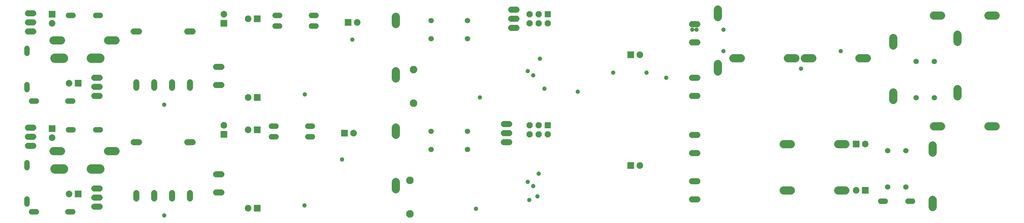
<source format=gbs>
G75*
%MOIN*%
%OFA0B0*%
%FSLAX24Y24*%
%IPPOS*%
%LPD*%
%AMOC8*
5,1,8,0,0,1.08239X$1,22.5*
%
%ADD10C,0.0600*%
%ADD11C,0.0905*%
%ADD12C,0.1025*%
%ADD13C,0.0680*%
%ADD14C,0.0730*%
%ADD15R,0.0730X0.0730*%
%ADD16C,0.0830*%
%ADD17C,0.0595*%
%ADD18R,0.0680X0.0680*%
%ADD19OC8,0.0680*%
%ADD20C,0.0480*%
D10*
X001846Y001606D02*
X002366Y001606D01*
X001350Y002496D02*
X001350Y003016D01*
X005846Y001606D02*
X006366Y001606D01*
X001350Y006496D02*
X001350Y007016D01*
X005889Y010661D02*
X006409Y010661D01*
X008889Y010661D02*
X009409Y010661D01*
X006366Y013811D02*
X005846Y013811D01*
X002366Y013811D02*
X001846Y013811D01*
X001350Y015094D02*
X001350Y015614D01*
X001350Y019094D02*
X001350Y019614D01*
X005889Y023260D02*
X006409Y023260D01*
X008889Y023260D02*
X009409Y023260D01*
X028618Y023260D02*
X029138Y023260D01*
X032618Y023260D02*
X033138Y023260D01*
X033138Y022079D02*
X032618Y022079D01*
X029138Y022079D02*
X028618Y022079D01*
X028744Y011055D02*
X028224Y011055D01*
X028224Y009874D02*
X028744Y009874D01*
X032224Y009874D02*
X032744Y009874D01*
X032744Y011055D02*
X032224Y011055D01*
X095259Y002787D02*
X095779Y002787D01*
X098259Y002787D02*
X098779Y002787D01*
D11*
X100956Y002956D02*
X100956Y002131D01*
X091377Y003969D02*
X090552Y003969D01*
X085377Y003969D02*
X084552Y003969D01*
X100956Y008131D02*
X100956Y008956D01*
X101087Y011055D02*
X101912Y011055D01*
X107087Y011055D02*
X107912Y011055D01*
X096626Y013942D02*
X096626Y014767D01*
X103712Y015161D02*
X103712Y014336D01*
X093739Y018535D02*
X092914Y018535D01*
X096626Y019942D02*
X096626Y020767D01*
X103712Y021161D02*
X103712Y020336D01*
X101912Y023260D02*
X101087Y023260D01*
X107087Y023260D02*
X107912Y023260D01*
X087739Y018535D02*
X086914Y018535D01*
X085865Y018535D02*
X085040Y018535D01*
X079865Y018535D02*
X079040Y018535D01*
X077334Y017916D02*
X077334Y017091D01*
X077334Y023091D02*
X077334Y023916D01*
X041901Y023129D02*
X041901Y022304D01*
X041901Y017129D02*
X041901Y016304D01*
X041901Y010924D02*
X041901Y010099D01*
X041901Y004924D02*
X041901Y004099D01*
X011062Y008299D02*
X010237Y008299D01*
X005062Y008299D02*
X004237Y008299D01*
X004237Y020504D02*
X005062Y020504D01*
X010237Y020504D02*
X011062Y020504D01*
X084552Y009087D02*
X085377Y009087D01*
X090552Y009087D02*
X091377Y009087D01*
D12*
X009334Y006331D02*
X008389Y006331D01*
X005334Y006331D02*
X004389Y006331D01*
X004389Y018535D02*
X005334Y018535D01*
X008389Y018535D02*
X009334Y018535D01*
D13*
X009343Y016386D02*
X008743Y016386D01*
X008743Y015386D02*
X009343Y015386D01*
X013361Y015285D02*
X013361Y015885D01*
X015321Y015885D02*
X015321Y015285D01*
X017301Y015285D02*
X017301Y015885D01*
X019261Y015885D02*
X019261Y015285D01*
X022129Y015567D02*
X022729Y015567D01*
X022729Y017567D02*
X022129Y017567D01*
X009343Y014386D02*
X008743Y014386D01*
X002044Y010874D02*
X001444Y010874D01*
X001444Y009874D02*
X002044Y009874D01*
X002044Y008874D02*
X001444Y008874D01*
X013061Y009281D02*
X013661Y009281D01*
X018961Y009281D02*
X019561Y009281D01*
X022129Y005756D02*
X022729Y005756D01*
X022729Y003756D02*
X022129Y003756D01*
X019261Y003681D02*
X019261Y003081D01*
X017301Y003081D02*
X017301Y003681D01*
X015321Y003681D02*
X015321Y003081D01*
X013361Y003081D02*
X013361Y003681D01*
X009343Y003181D02*
X008743Y003181D01*
X008743Y004181D02*
X009343Y004181D01*
X009343Y002181D02*
X008743Y002181D01*
X053806Y009268D02*
X054406Y009268D01*
X054406Y010268D02*
X053806Y010268D01*
X053806Y011268D02*
X054406Y011268D01*
X074491Y010087D02*
X075091Y010087D01*
X075091Y008087D02*
X074491Y008087D01*
X074491Y004969D02*
X075091Y004969D01*
X075091Y002969D02*
X074491Y002969D01*
X074491Y014386D02*
X075091Y014386D01*
X075091Y016386D02*
X074491Y016386D01*
X074491Y020291D02*
X075091Y020291D01*
X075091Y022291D02*
X074491Y022291D01*
X055193Y021866D02*
X054593Y021866D01*
X054593Y022866D02*
X055193Y022866D01*
X055193Y023866D02*
X054593Y023866D01*
X019561Y021485D02*
X018961Y021485D01*
X013661Y021485D02*
X013061Y021485D01*
X002044Y021472D02*
X001444Y021472D01*
X001444Y022472D02*
X002044Y022472D01*
X002044Y023472D02*
X001444Y023472D01*
D14*
X004106Y022366D03*
X023004Y023366D03*
X025653Y022866D03*
X037677Y022472D03*
X068779Y018929D03*
X037283Y010268D03*
X025653Y010661D03*
X023004Y011161D03*
X025653Y014205D03*
X005968Y015780D03*
X004106Y009768D03*
X005968Y003575D03*
X025653Y002000D03*
X068779Y006724D03*
X092582Y003969D03*
X093582Y009087D03*
D15*
X092582Y009087D03*
X093582Y003969D03*
X067779Y006724D03*
X036283Y010268D03*
X026653Y010661D03*
X023004Y010161D03*
X026653Y014205D03*
X006968Y015780D03*
X004106Y010768D03*
X006968Y003575D03*
X026653Y002000D03*
X067779Y018929D03*
X036677Y022472D03*
X026653Y022866D03*
X023004Y022366D03*
X004106Y023366D03*
D16*
X043870Y017286D03*
X043870Y013586D03*
X043476Y005081D03*
X043476Y001381D03*
D17*
X045807Y008480D03*
X049807Y008480D03*
X049807Y010480D03*
X045807Y010480D03*
X045807Y020685D03*
X049807Y020685D03*
X049807Y022685D03*
X045807Y022685D03*
X099169Y018173D03*
X101169Y018173D03*
X101169Y014173D03*
X099169Y014173D03*
X098019Y008331D03*
X096019Y008331D03*
X096019Y004331D03*
X098019Y004331D03*
D18*
X058649Y011161D03*
X058649Y023366D03*
D19*
X057649Y023366D03*
X056649Y023366D03*
X056649Y022366D03*
X057649Y022366D03*
X058649Y022366D03*
X057649Y011161D03*
X056649Y011161D03*
X056649Y010161D03*
X057649Y010161D03*
X058649Y010161D03*
D20*
X051153Y014205D03*
X058279Y015189D03*
X061941Y014835D03*
X057019Y016646D03*
X056429Y017118D03*
X057767Y018496D03*
X065838Y016961D03*
X069500Y016961D03*
X071665Y016370D03*
X077964Y019323D03*
X086507Y017394D03*
X090878Y019323D03*
X077964Y021685D03*
X075011Y021685D03*
X074539Y021685D03*
X037137Y020583D03*
X031901Y014559D03*
X016429Y013417D03*
X035996Y007394D03*
X031862Y002315D03*
X016429Y001213D03*
X050720Y001961D03*
X056586Y002906D03*
X057492Y003299D03*
X057019Y004441D03*
X056429Y004913D03*
X057649Y005819D03*
M02*

</source>
